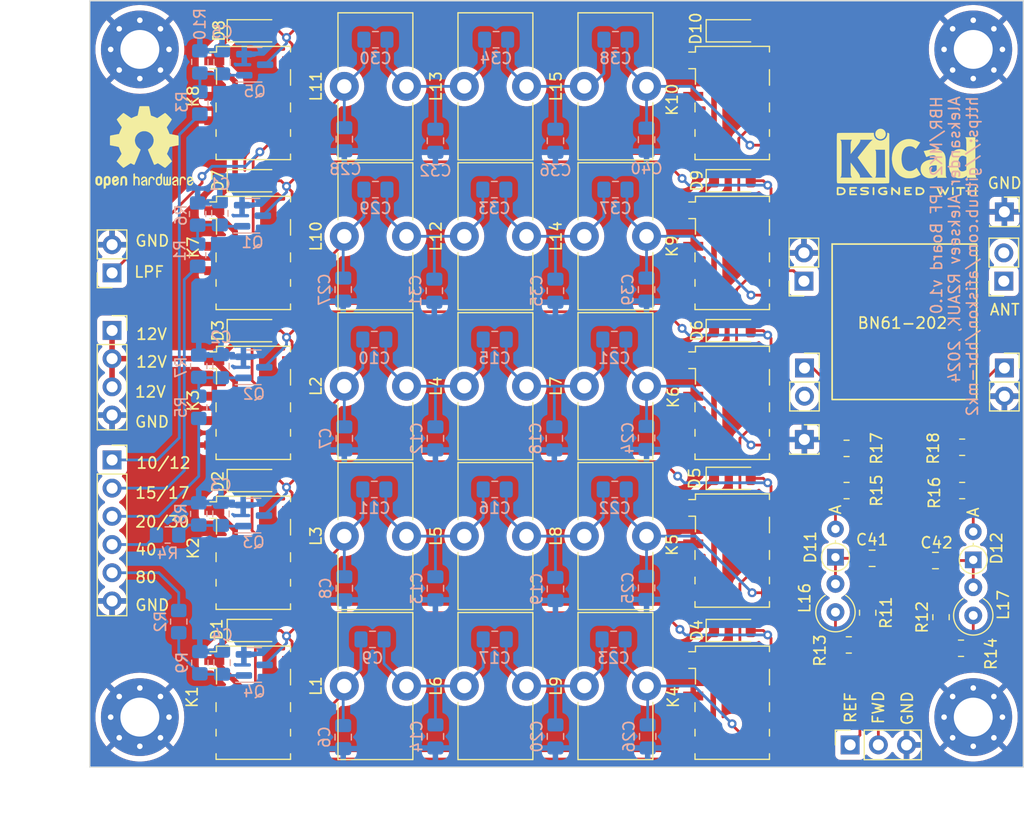
<source format=kicad_pcb>
(kicad_pcb (version 20221018) (generator pcbnew)
  (title_block (title "HBR/MK2 LPF Board") (date "2024-02-03") (rev "1.0"))
  (layers (0 "F.Cu" signal) (31 "B.Cu" signal) (34 "B.Paste" user) (35 "F.Paste" user) (36 "B.SilkS" user "B.Silkscreen") (37 "F.SilkS" user "F.Silkscreen") (38 "B.Mask" user) (39 "F.Mask" user) (44 "Edge.Cuts" user))
  (net 0 "")
  (net 1 "Net-(Q1-G)")
  (net 2 "GND")
  (net 3 "Net-(Q2-G)")
  (net 4 "Net-(Q3-G)")
  (net 5 "Net-(Q4-G)")
  (net 6 "Net-(Q5-G)")
  (net 7 "Net-(C6-Pad1)")
  (net 8 "Net-(C10-Pad1)")
  (net 9 "Net-(C11-Pad1)")
  (net 10 "Net-(C14-Pad1)")
  (net 11 "Net-(C10-Pad2)")
  (net 12 "Net-(C11-Pad2)")
  (net 13 "Net-(C15-Pad2)")
  (net 14 "Net-(C16-Pad2)")
  (net 15 "Net-(C17-Pad2)")
  (net 16 "Net-(C21-Pad2)")
  (net 17 "Net-(C22-Pad2)")
  (net 18 "Net-(C23-Pad2)")
  (net 19 "Net-(C27-Pad1)")
  (net 20 "Net-(C28-Pad1)")
  (net 21 "Net-(C29-Pad2)")
  (net 22 "Net-(C30-Pad2)")
  (net 23 "Net-(C33-Pad2)")
  (net 24 "Net-(C34-Pad2)")
  (net 25 "Net-(C37-Pad2)")
  (net 26 "Net-(C38-Pad2)")
  (net 27 "Net-(D11-K)")
  (net 28 "Net-(D12-K)")
  (net 29 "+12V")
  (net 30 "LPF_80_GND")
  (net 31 "LPF_40_GND")
  (net 32 "LPF_20_30_GND")
  (net 33 "LPF_15_17_GND")
  (net 34 "LPF_10_12_GND")
  (net 35 "Net-(D11-A)")
  (net 36 "Net-(D12-A)")
  (net 37 "PWR_REF")
  (net 38 "PWR_FWD")
  (net 39 "LPFS_OUT")
  (net 40 "ANT")
  (net 41 "LPFS_IN")
  (net 54 "Net-(L16-Pad1)")
  (net 55 "Net-(L17-Pad1)")
  (net 56 "LPF_SEL_15_17")
  (net 57 "LPF_SEL_80")
  (net 58 "LPF_SEL_10_12")
  (net 59 "LPF_SEL_20_30")
  (net 60 "LPF_SEL_40")
  (footprint "Resistor_SMD:R_0805_2012Metric_Pad1.20x1.40mm_HandSolder" (layer "F.Cu") (at 178.9 78.8)
    (fp_text reference "R14")
    (fp_text value "220" hide)
  )
  (footprint "Resistor_SMD:R_0805_2012Metric_Pad1.20x1.40mm_HandSolder" (layer "F.Cu") (at 168.6 60.8)
    (fp_text reference "R17")
    (fp_text value "100" hide)
  )
  (footprint "MountingHole:MountingHole_3.5mm_Pad_Via" (layer "F.Cu") (at 105 85)
    (fp_text reference "H4" hide)
    (fp_text value "MountingHole_Pad" hide)
  )
  (footprint "Inductor_THT:L_Toroid_Vertical_L13.0mm_W6.5mm_P5.60mm" (layer "F.Cu") (at 134.2 55.2 90)
    (fp_text reference "L4")
    (fp_text value "T50-6" hide)
  )
  (footprint "Symbol:KiCad-Logo2_5mm_SilkScreen" (layer "F.Cu") (at 174 35)
    (fp_text reference "SYM2" hide)
    (fp_text value "SYM_Radio_Waves_Large" hide)
  )
  (footprint "Connector_PinSocket_2.54mm:PinSocket_1x02_P2.54mm_Vertical" (layer "F.Cu") (at 164.7625 45.74 180)
    (fp_text reference "J6" hide)
    (fp_text value "Conn_Coaxial" hide)
  )
  (footprint "Inductor_THT:L_Toroid_Vertical_L13.0mm_W6.5mm_P5.60mm" (layer "F.Cu") (at 145 82.2 90)
    (fp_text reference "L9")
    (fp_text value "T50-6" hide)
  )
  (footprint "Resistor_SMD:R_0805_2012Metric_Pad1.20x1.40mm_HandSolder" (layer "F.Cu") (at 168.8 78.5 180)
    (fp_text reference "R13")
    (fp_text value "220" hide)
  )
  (footprint "Inductor_THT:L_Toroid_Vertical_L13.0mm_W6.5mm_P5.60mm" (layer "F.Cu") (at 145 55.2 90)
    (fp_text reference "L7")
    (fp_text value "T50-6" hide)
  )
  (footprint "Relay_SMD:Relay_DPDT_Omron_G6K-2F-Y" (layer "F.Cu") (at 158.3 70)
    (fp_text reference "K5")
    (fp_text value "G6K-2F-Y" hide)
  )
  (footprint "Inductor_THT:L_Toroid_Vertical_L13.0mm_W6.5mm_P5.60mm" (layer "F.Cu") (at 134.2 41.7 90)
    (fp_text reference "L12")
    (fp_text value "T50-6" hide)
  )
  (footprint "Connector_PinSocket_2.54mm:PinSocket_1x01_P2.54mm_Vertical" (layer "F.Cu") (at 164.8 60)
    (fp_text reference "J10" hide)
    (fp_text value "Conn_01x01" hide)
  )
  (footprint "Connector_PinSocket_2.54mm:PinSocket_1x02_P2.54mm_Vertical" (layer "F.Cu") (at 182.75 45.74 180)
    (fp_text reference "J8" hide)
    (fp_text value "Conn_Coaxial" hide)
  )
  (footprint "Connector_PinSocket_2.54mm:PinSocket_1x02_P2.54mm_Vertical" (layer "F.Cu") (at 182.8 53.56)
    (fp_text reference "J9" hide)
    (fp_text value "Conn_Coaxial" hide)
  )
  (footprint "MountingHole:MountingHole_3.5mm_Pad_Via" (layer "F.Cu") (at 180 24.875)
    (fp_text reference "H1" hide)
    (fp_text value "MountingHole_Pad" hide)
  )
  (footprint "Inductor_THT:L_Toroid_Vertical_L13.0mm_W6.5mm_P5.60mm" (layer "F.Cu") (at 123.4 82.2 90)
    (fp_text reference "L1")
    (fp_text value "T50-6" hide)
  )
  (footprint "Diode_SMD:D_SOD-123" (layer "F.Cu") (at 158.3225 63.5)
    (fp_text reference "D5")
    (fp_text value "1N4148W" hide)
  )
  (footprint "Capacitor_SMD:C_0805_2012Metric_Pad1.18x1.45mm_HandSolder" (layer "F.Cu") (at 176.6 70.9 180)
    (fp_text reference "C42")
    (fp_text value "0.01u" hide)
  )
  (footprint "Connector_PinSocket_2.54mm:PinSocket_1x02_P2.54mm_Vertical" (layer "F.Cu") (at 102.5 45 180)
    (fp_text reference "J2" hide)
    (fp_text value "Conn_01x02" hide)
  )
  (footprint "Diode_SMD:D_SOD-123" (layer "F.Cu") (at 115.2225 23.2)
    (fp_text reference "D8")
    (fp_text value "1N4148W" hide)
  )
  (footprint "Relay_SMD:Relay_DPDT_Omron_G6K-2F-Y" (layer "F.Cu") (at 115.2 56.7)
    (fp_text reference "K3")
    (fp_text value "G6K-2F-Y" hide)
  )
  (footprint "Inductor_THT:L_Toroid_Vertical_L13.0mm_W6.5mm_P5.60mm" (layer "F.Cu") (at 145 68.7 90)
    (fp_text reference "L8")
    (fp_text value "T50-6" hide)
  )
  (footprint "Diode_SMD:D_SOD-123" (layer "F.Cu") (at 158.3225 36.7)
    (fp_text reference "D9")
    (fp_text value "1N4148W" hide)
  )
  (footprint "Relay_SMD:Relay_DPDT_Omron_G6K-2F-Y" (layer "F.Cu") (at 158.3 56.7)
    (fp_text reference "K6")
    (fp_text value "G6K-2F-Y" hide)
  )
  (footprint "Diode_SMD:D_SOD-123" (layer "F.Cu") (at 115.2225 50.2)
    (fp_text reference "D3")
    (fp_text value "1N4148W" hide)
  )
  (footprint "Diode_SMD:D_SOD-123" (layer "F.Cu") (at 158.3225 23.2)
    (fp_text reference "D10")
    (fp_text value "1N4148W" hide)
  )
  (footprint "MountingHole:MountingHole_3.5mm_Pad_Via" (layer "F.Cu") (at 105 24.875)
    (fp_text reference "H2" hide)
    (fp_text value "MountingHole_Pad" hide)
  )
  (footprint "Resistor_SMD:R_0805_2012Metric_Pad1.20x1.40mm_HandSolder" (layer "F.Cu") (at 179 60.7 180)
    (fp_text reference "R18")
    (fp_text value "100" hide)
  )
  (footprint "Inductor_THT:L_Toroid_Vertical_L13.0mm_W6.5mm_P5.60mm" (layer "F.Cu") (at 123.4 28.2 90)
    (fp_text reference "L11")
    (fp_text value "T50-6" hide)
  )
  (footprint "Inductor_THT:L_Toroid_Vertical_L13.0mm_W6.5mm_P5.60mm" (layer "F.Cu") (at 134.2 82.2 90)
    (fp_text reference "L6")
    (fp_text value "T50-6" hide)
  )
  (footprint "Inductor_THT:L_Axial_L7.0mm_D3.3mm_P2.54mm_Vertical_Fastron_MICC" (layer "F.Cu") (at 180 75.845 90)
    (fp_text reference "L17")
    (fp_text value "1 mH" hide)
  )
  (footprint "Inductor_THT:L_Axial_L7.0mm_D3.3mm_P2.54mm_Vertical_Fastron_MICC" (layer "F.Cu") (at 167.6 75.545 90)
    (fp_text reference "L16")
    (fp_text value "1 mH" hide)
  )
  (footprint "Diode_SMD:D_SOD-123" (layer "F.Cu") (at 115.2225 63.7)
    (fp_text reference "D2")
    (fp_text value "1N4148W" hide)
  )
  (footprint "Diode_THT:D_DO-34_SOD68_P2.54mm_Vertical_AnodeUp" (layer "F.Cu") (at 167.6 70.6 90)
    (fp_text reference "D11")
    (fp_text value "1N34 / D311 (*)" hide)
  )
  (footprint "Inductor_THT:L_Toroid_Vertical_L13.0mm_W6.5mm_P5.60mm" (layer "F.Cu") (at 123.4 41.7 90)
    (fp_text reference "L10")
    (fp_text value "T50-6" hide)
  )
  (footprint "Diode_THT:D_DO-34_SOD68_P2.54mm_Vertical_AnodeUp" (layer "F.Cu") (at 180 70.84 90)
    (fp_text reference "D12")
    (fp_text value "1N34 / D311 (*)" hide)
  )
  (footprint "Diode_SMD:D_SOD-123" (layer "F.Cu") (at 115.2225 77.2)
    (fp_text reference "D1")
    (fp_text value "1N4148W" hide)
  )
  (footprint "Connector_PinSocket_2.54mm:PinSocket_1x06_P2.54mm_Vertical" (layer "F.Cu") (at 102.5 61.84)
    (fp_text reference "J3" hide)
    (fp_text value "Conn_01x06" hide)
  )
  (footprint "Relay_SMD:Relay_DPDT_Omron_G6K-2F-Y" (layer "F.Cu") (at 158.3 43.2)
    (fp_text reference "K9")
    (fp_text value "G6K-2F-Y" hide)
  )
  (footprint "Capacitor_SMD:C_0805_2012Metric_Pad1.18x1.45mm_HandSolder" (layer "F.Cu") (at 170.9 70.7)
    (fp_text reference "C41")
    (fp_text value "0.01u" hide)
  )
  (footprint "Resistor_SMD:R_0805_2012Metric_Pad1.20x1.40mm_HandSolder" (layer "F.Cu") (at 168.6 64.6)
    (fp_text reference "R15")
    (fp_text value "100" hide)
  )
  (footprint "Inductor_THT:L_Toroid_Vertical_L13.0mm_W6.5mm_P5.60mm" (layer "F.Cu") (at 145 41.7 90)
    (fp_text reference "L14")
    (fp_text value "T50-6" hide)
  )
  (footprint "Connector_PinSocket_2.54mm:PinSocket_1x04_P2.54mm_Vertical" (layer "F.Cu") (at 102.5 50.18)
    (fp_text reference "J4" hide)
    (fp_text value "Conn_01x04" hide)
  )
  (footprint "Relay_SMD:Relay_DPDT_Omron_G6K-2F-Y" (layer "F.Cu") (at 115.2 70.2)
    (fp_text reference "K2")
    (fp_text value "G6K-2F-Y" hide)
  )
  (footprint "Resistor_SMD:R_0805_2012Metric_Pad1.20x1.40mm_HandSolder" (layer "F.Cu") (at 170.5 75.6 -90)
    (fp_text reference "R11")
    (fp_text value "1K" hide)
  )
  (footprint "Inductor_THT:L_Toroid_Vertical_L13.0mm_W6.5mm_P5.60mm" (layer "F.Cu") (at 134.2 68.7 90)
    (fp_text reference "L5")
    (fp_text value "T50-6" hide)
  )
  (footprint "Relay_SMD:Relay_DPDT_Omron_G6K-2F-Y" (layer "F.Cu") (at 158.3 83.7)
    (fp_text reference "K4")
    (fp_text value "G6K-2F-Y" hide)
  )
  (footprint "Inductor_THT:L_Toroid_Vertical_L13.0mm_W6.5mm_P5.60mm" (layer "F.Cu") (at 123.4 68.7 90)
    (fp_text reference "L3")
    (fp_text value "T50-6" hide)
  )
  (footprint "Relay_SMD:Relay_DPDT_Omron_G6K-2F-Y" (layer "F.Cu") (at 115.2 83.7)
    (fp_text reference "K1")
    (fp_text value "G6K-2F-Y" hide)
  )
  (footprint "Resistor_SMD:R_0805_2012Metric_Pad1.20x1.40mm_HandSolder" (layer "F.Cu") (at 179 64.6 180)
    (fp_text reference "R16")
    (fp_text value "100" hide)
  )
  (footprint "Relay_SMD:Relay_DPDT_Omron_G6K-2F-Y" (layer "F.Cu") (at 115.2 29.7)
    (fp_text reference "K8")
    (fp_text value "G6K-2F-Y" hide)
  )
  (footprint "Relay_SMD:Relay_DPDT_Omron_G6K-2F-Y" (layer "F.Cu") (at 115.2 43.2)
    (fp_text reference "K7")
    (fp_text value "G6K-2F-Y" hide)
  )
  (footprint "Relay_SMD:Relay_DPDT_Omron_G6K-2F-Y" (layer "F.Cu") (at 158.3 29.7)
    (fp_text reference "K10")
    (fp_text value "G6K-2F-Y" hide)
  )
  (footprint "Connector_PinSocket_2.54mm:PinSocket_1x02_P2.54mm_Vertical" (layer "F.Cu") (at 164.8125 53.56)
    (fp_text reference "J7" hide)
    (fp_text value "Conn_Coaxial" hide)
  )
  (footprint "Diode_SMD:D_SOD-123" (layer "F.Cu") (at 158.3225 50.2)
    (fp_text reference "D6")
    (fp_text value "1N4148W" hide)
  )
  (footprint "Inductor_THT:L_Toroid_Vertical_L13.0mm_W6.5mm_P5.60mm" (layer "F.Cu") (at 145 28.2 90)
    (fp_text reference "L15")
    (fp_text value "T50-6" hide)
  )
  (footprint "Inductor_THT:L_Toroid_Vertical_L13.0mm_W6.5mm_P5.60mm" (layer "F.Cu") (at 134.2 28.2 90)
    (fp_text reference "L13")
    (fp_text value "T50-6" hide)
  )
  (footprint "Resistor_SMD:R_0805_2012Metric_Pad1.20x1.40mm_HandSolder" (layer "F.Cu") (at 177.1 76 -90)
    (fp_text reference "R12")
    (fp_text value "1K" hide)
  )
  (footprint "Symbol:OSHW-Logo2_9.8x8mm_SilkScreen" (layer "F.Cu") (at 105.4 33.7)
    (fp_text reference "SYM1" hide)
    (fp_text value "Logo_Open_Hardware_Small" hide)
  )
  (footprint "MountingHole:MountingHole_3.5mm_Pad_Via" (layer "F.Cu") (at 180 85)
    (fp_text reference "H3" hide)
    (fp_text value "MountingHole_Pad" hide)
  )
  (footprint "Connector_PinSocket_2.54mm:PinSocket_1x01_P2.54mm_Vertical" (layer "F.Cu") (at 182.8 39.5)
    (fp_text reference "J11" hide)
    (fp_text value "Conn_01x01" hide)
  )
  (footprint "Diode_SMD:D_SOD-123" (layer "F.Cu") (at 158.3225 77.2)
    (fp_text reference "D4")
    (fp_text value "1N4148W" hide)
  )
  (footprint "Inductor_THT:L_Toroid_Vertical_L13.0mm_W6.5mm_P5.60mm" (layer "F.Cu") (at 123.4 55.2 90)
    (fp_text reference "L2")
    (fp_text value "T50-6" hide)
  )
  (footprint "Connector_PinSocket_2.54mm:PinSocket_1x03_P2.54mm_Vertical" (layer "F.Cu") (at 168.92 87.5 90)
    (fp_text reference "J1" hide)
    (fp_text value "Conn_01x03" hide)
  )
  (footprint "Diode_SMD:D_SOD-123" (layer "F.Cu") (at 115.2225 36.7)
    (fp_text reference "D7")
    (fp_text value "1N4148W" hide)
  )
  (footprint "Capacitor_SMD:C_0805_2012Metric_Pad1.18x1.45mm_HandSolder" (layer "B.Cu") (at 136.9375 64.5)
    (fp_text reference "C16")
    (fp_text value "220p" hide)
  )
  (footprint "Capacitor_SMD:C_0805_2012Metric_Pad1.18x1.45mm_HandSolder" (layer "B.Cu") (at 131.6 73.4 -90)
    (fp_text reference "C13")
    (fp_text value "470p" hide)
  )
  (footprint "Capacitor_SMD:C_0805_2012Metric_Pad1.18x1.45mm_HandSolder" (layer "B.Cu") (at 131.5 46.6 -90)
    (fp_text reference "C31")
    (fp_text value "220p" hide)
  )
  (footprint "Capacitor_SMD:C_0805_2012Metric_Pad1.18x1.45mm_HandSolder" (layer "B.Cu") (at 147.7375 64.5)
    (fp_text reference "C22")
    (fp_text value "220p" hide)
  )
  (footprint "Capacitor_SMD:C_0805_2012Metric_Pad1.18x1.45mm_HandSolder" (layer "B.Cu") (at 123.3 86.8 -90)
    (fp_text reference "C6")
    (fp_text value "680p" hide)
  )
  (footprint "Capacitor_SMD:C_0805_2012Metric_Pad1.18x1.45mm_HandSolder" (layer "B.Cu") (at 112.4 80.1 90)
    (fp_text reference "C4")
    (fp_text value "0.1u" hide)
  )
  (footprint "Capacitor_SMD:C_0805_2012Metric_Pad1.18x1.45mm_HandSolder" (layer "B.Cu") (at 147.8 37.5)
    (fp_text reference "C37")
    (fp_text value "68p" hide)
  )
  (footprint "Package_TO_SOT_SMD:SOT-23" (layer "B.Cu") (at 115.2375 66.85)
    (fp_text reference "Q3")
    (fp_text value "2N7002" hide)
  )
  (footprint "Package_TO_SOT_SMD:SOT-23" (layer "B.Cu") (at 115.3375 26.25)
    (fp_text reference "Q5")
    (fp_text value "2N7002" hide)
  )
  (footprint "Capacitor_SMD:C_0805_2012Metric_Pad1.18x1.45mm_HandSolder" (layer "B.Cu") (at 142.3 59.9 -90)
    (fp_text reference "C18")
    (fp_text value "220p" hide)
  )
  (footprint "Capacitor_SMD:C_0805_2012Metric_Pad1.18x1.45mm_HandSolder" (layer "B.Cu") (at 126.2 37.5)
    (fp_text reference "C29")
    (fp_text value "22p" hide)
  )
  (footprint "Resistor_SMD:R_0805_2012Metric_Pad1.20x1.40mm_HandSolder" (layer "B.Cu") (at 110.3 66.7 90)
    (fp_text reference "R8")
    (fp_text value "10K" hide)
  )
  (footprint "Capacitor_SMD:C_0805_2012Metric_Pad1.18x1.45mm_HandSolder" (layer "B.Cu") (at 126.1 51)
    (fp_text reference "C10")
    (fp_text value "33p" hide)
  )
  (footprint "Capacitor_SMD:C_0805_2012Metric_Pad1.18x1.45mm_HandSolder" (layer "B.Cu") (at 142.4 86.7375 -90)
    (fp_text reference "C20")
    (fp_text value "680p" hide)
  )
  (footprint "Package_TO_SOT_SMD:SOT-23" (layer "B.Cu") (at 115.1375 39.85)
    (fp_text reference "Q1")
    (fp_text value "2N7002" hide)
  )
  (footprint "Capacitor_SMD:C_0805_2012Metric_Pad1.18x1.45mm_HandSolder" (layer "B.Cu") (at 112.3 66.7 90)
    (fp_text reference "C3")
    (fp_text value "0.1u" hide)
  )
  (footprint "Capacitor_SMD:C_0805_2012Metric_Pad1.18x1.45mm_HandSolder" (layer "B.Cu") (at 150.6 33 -90)
    (fp_text reference "C40")
    (fp_text value "68p" hide)
  )
  (footprint "Resistor_SMD:R_0805_2012Metric_Pad1.20x1.40mm_HandSolder" (layer "B.Cu") (at 110.2 39.7 90)
    (fp_text reference "R6")
    (fp_text value "10K" hide)
  )
  (footprint "Capacitor_SMD:C_0805_2012Metric_Pad1.18x1.45mm_HandSolder" (layer "B.Cu") (at 150.6 59.8625 -90)
    (fp_text reference "C24")
    (fp_text value "150p" hide)
  )
  (footprint "Resistor_SMD:R_0805_2012Metric_Pad1.20x1.40mm_HandSolder" (layer "B.Cu") (at 110.4 80.1 90)
    (fp_text reference "R9")
    (fp_text value "10K" hide)
  )
  (footprint "Capacitor_SMD:C_0805_2012Metric_Pad1.18x1.45mm_HandSolder" (layer "B.Cu") (at 147.6375 78)
    (fp_text reference "C23")
    (fp_text value "330p" hide)
  )
  (footprint "Capacitor_SMD:C_0805_2012Metric_Pad1.18x1.45mm_HandSolder" (layer "B.Cu") (at 126.2 24)
    (fp_text reference "C30")
    (fp_text value "18p" hide)
  )
  (footprint "Resistor_SMD:R_0805_2012Metric_Pad1.20x1.40mm_HandSolder" (layer "B.Cu") (at 110.2 43.4 90)
    (fp_text reference "R1")
    (fp_text value "22" hide)
  )
  (footprint "Capacitor_SMD:C_0805_2012Metric_Pad1.18x1.45mm_HandSolder" (layer "B.Cu") (at 147.7 51)
    (fp_text reference "C21")
    (fp_text value "100p" hide)
  )
  (footprint "Capacitor_SMD:C_0805_2012Metric_Pad1.18x1.45mm_HandSolder" (layer "B.Cu") (at 112.3 53.4 90)
    (fp_text reference "C2")
    (fp_text value "0.1u" hide)
  )
  (footprint "Capacitor_SMD:C_0805_2012Metric_Pad1.18x1.45mm_HandSolder" (layer "B.Cu") (at 137.0625 24)
    (fp_text reference "C34")
    (fp_text value "68p" hide)
  )
  (footprint "Capacitor_SMD:C_0805_2012Metric_Pad1.18x1.45mm_HandSolder" (layer "B.Cu") (at 136.9 37.5)
    (fp_text reference "C33")
    (fp_text value "100p" hide)
  )
  (footprint "Capacitor_SMD:C_0805_2012Metric_Pad1.18x1.45mm_HandSolder" (layer "B.Cu") (at 150.6 73.3625 -90)
    (fp_text reference "C25")
    (fp_text value "220p" hide)
  )
  (footprint "Capacitor_SMD:C_0805_2012Metric_Pad1.18x1.45mm_HandSolder" (layer "B.Cu") (at 150.6 46.5 -90)
    (fp_text reference "C39")
    (fp_text value "100p" hide)
  )
  (footprint "Capacitor_SMD:C_0805_2012Metric_Pad1.18x1.45mm_HandSolder" (layer "B.Cu") (at 123.3 46.5 -90)
    (fp_text reference "C27")
    (fp_text value "150p" hide)
  )
  (footprint "Capacitor_SMD:C_0805_2012Metric_Pad1.18x1.45mm_HandSolder" (layer "B.Cu") (at 112.2 39.6375 90)
    (fp_text reference "C1")
    (fp_text value "0.1u" hide)
  )
  (footprint "Capacitor_SMD:C_0805_2012Metric_Pad1.18x1.45mm_HandSolder" (layer "B.Cu") (at 123.4 32.9625 -90)
    (fp_text reference "C28")
    (fp_text value "100p" hide)
  )
  (footprint "Resistor_SMD:R_0805_2012Metric_Pad1.20x1.40mm_HandSolder" (layer "B.Cu") (at 110.4 29.7 90)
    (fp_text reference "R3")
    (fp_text value "22" hide)
  )
  (footprint "Capacitor_SMD:C_0805_2012Metric_Pad1.18x1.45mm_HandSolder" (layer "B.Cu") (at 123.4 59.9 -90)
    (fp_text reference "C7")
    (fp_text value "220p" hide)
  )
  (footprint "Capacitor_SMD:C_0805_2012Metric_Pad1.18x1.45mm_HandSolder" (layer "B.Cu") (at 131.6 86.7375 -90)
    (fp_text reference "C14")
    (fp_text value "820p" hide)
  )
  (footprint "Capacitor_SMD:C_0805_2012Metric_Pad1.18x1.45mm_HandSolder" (layer "B.Cu") (at 126.1 64.5)
    (fp_text reference "C11")
    (fp_text value "47p" hide)
  )
  (footprint "Capacitor_SMD:C_0805_2012Metric_Pad1.18x1.45mm_HandSolder" (layer "B.Cu") (at 136.9375 78)
    (fp_text reference "C17")
    (fp_text value "470p" hide)
  )
  (footprint "Capacitor_SMD:C_0805_2012Metric_Pad1.18x1.45mm_HandSolder" (layer "B.Cu") (at 147.8 24)
    (fp_text reference "C38")
    (fp_text value "47p" hide)
  )
  (footprint "Capacitor_SMD:C_0805_2012Metric_Pad1.18x1.45mm_HandSolder" (layer "B.Cu") (at 136.9375 51)
    (fp_text reference "C15")
    (fp_text value "150p" hide)
  )
  (footprint "Package_TO_SOT_SMD:SOT-23" (layer "B.Cu") (at 115.2625 53.5)
    (fp_text reference "Q2")
    (fp_text value "2N7002" hide)
  )
  (footprint "Resistor_SMD:R_0805_2012Metric_Pad1.20x1.40mm_HandSolder" (layer "B.Cu") (at 107.5 68.6)
    (fp_text reference "R4")
    (fp_text value "22" hide)
  )
  (footprint "Capacitor_SMD:C_0805_2012Metric_Pad1.18x1.45mm_HandSolder" (layer "B.Cu") (at 142.4 73.4625 -90)
    (fp_text reference "C19")
    (fp_text value "470p" hide)
  )
  (footprint "Capacitor_SMD:C_0805_2012Metric_Pad1.18x1.45mm_HandSolder" (layer "B.Cu") (at 142.4 46.6 -90)
    (fp_text reference "C35")
    (fp_text value "150p" hide)
  )
  (footprint "Capacitor_SMD:C_0805_2012Metric_Pad1.18x1.45mm_HandSolder" (layer "B.Cu") (at 131.6 59.9 -90)
    (fp_text reference "C12")
    (fp_text value "330p" hide)
  )
  (footprint "Capacitor_SMD:C_0805_2012Metric_Pad1.18x1.45mm_HandSolder" (layer "B.Cu") (at 131.6 33.1 -90)
    (fp_text reference "C32")
    (fp_text value "150p" hide)
  )
  (footprint "Capacitor_SMD:C_0805_2012Metric_Pad1.18x1.45mm_HandSolder" (layer "B.Cu") (at 142.4 33.1 -90)
    (fp_text reference "C36")
    (fp_text value "100p" hide)
  )
  (footprint "Capacitor_SMD:C_0805_2012Metric_Pad1.18x1.45mm_HandSolder" (layer "B.Cu") (at 112.4 26.0375 90)
    (fp_text reference "C5")
    (fp_text value "0.1u" hide)
  )
  (footprint "Capacitor_SMD:C_0805_2012Metric_Pad1.18x1.45mm_HandSolder" (layer "B.Cu") (at 150.7 86.7375 -90)
    (fp_text reference "C26")
    (fp_text value "470p" hide)
  )
  (footprint "Resistor_SMD:R_0805_2012Metric_Pad1.20x1.40mm_HandSolder" (layer "B.Cu") (at 108.5 76.4 -90)
    (fp_text reference "R2")
    (fp_text value "22" hide)
  )
  (footprint "Capacitor_SMD:C_0805_2012Metric_Pad1.18x1.45mm_HandSolder" (layer "B.Cu") (at 123.4 73.4 -90)
    (fp_text reference "C8")
    (fp_text value "330p" hide)
  )
  (footprint "Resistor_SMD:R_0805_2012Metric_Pad1.20x1.40mm_HandSolder" (layer "B.Cu") (at 110.4 26 90)
    (fp_text reference "R10")
    (fp_text value "10K" hide)
  )
  (footprint "Resistor_SMD:R_0805_2012Metric_Pad1.20x1.40mm_HandSolder" (layer "B.Cu") (at 110.3 53.4 90)
    (fp_text reference "R7")
    (fp_text value "10K" hide)
  )
  (footprint "Package_TO_SOT_SMD:SOT-23" (layer "B.Cu") (at 115.3 80.3)
    (fp_text reference "Q4")
    (fp_text value "2N7002" hide)
  )
  (footprint "Capacitor_SMD:C_0805_2012Metric_Pad1.18x1.45mm_HandSolder" (layer "B.Cu") (at 125.9375 78)
    (fp_text reference "C9")
    (fp_text value "100p" hide)
  )
  (footprint "Resistor_SMD:R_0805_2012Metric_Pad1.20x1.40mm_HandSolder" (layer "B.Cu") (at 110.3 57.1 90)
    (fp_text reference "R5")
    (fp_text value "22" hide)
  )
  (gr_rect (start 167.3 42.4) (end 180.3 56.4) (stroke (width 0.15)) (fill none) (layer "F.SilkS"))
  (gr_line (start 184.5 20.5) (end 184.5 89.5) (stroke (width 0.1)) (layer "Edge.Cuts"))
  (gr_line (start 184.5 89.5) (end 100.5 89.5) (stroke (width 0.1)) (layer "Edge.Cuts"))
  (gr_line (start 100.5 20.5) (end 184.5 20.5) (stroke (width 0.1)) (layer "Edge.Cuts"))
  (gr_line (start 100.5 89.5) (end 100.5 20.5) (stroke (width 0.1)) (layer "Edge.Cuts"))
  (gr_text "HBR/MK2 LPF Board v1.0\nAleksander Alekseev R2AUK, 2024\nhttps://github.com/afiskon/hbr-mk2" (at 180.5 29 90) (layer "B.SilkS") (effects (font (size 1 1)) (justify left bottom mirror)))
  (gr_text "GND" (at 104.5 42.7) (layer "F.SilkS") (effects (font (size 1 1)) (justify left bottom)))
  (gr_text "12V" (at 104.475 56.3) (layer "F.SilkS") (effects (font (size 1 1)) (justify left bottom)))
  (gr_text "20/30" (at 104.5 68) (layer "F.SilkS") (effects (font (size 1 1)) (justify left bottom)))
  (gr_text "10/12" (at 104.6 62.7) (layer "F.SilkS") (effects (font (size 1 1)) (justify left bottom)))
  (gr_text "GND" (at 174.645 85.825 90) (layer "F.SilkS") (effects (font (size 1 1)) (justify left bottom)))
  (gr_text "15/17" (at 104.5 65.4) (layer "F.SilkS") (effects (font (size 1 1)) (justify left bottom)))
  (gr_text "40" (at 104.5 70.5) (layer "F.SilkS") (effects (font (size 1 1)) (justify left bottom)))
  (gr_text "REF" (at 169.545 85.625 90) (layer "F.SilkS") (effects (font (size 1 1)) (justify left bottom)))
  (gr_text "GND" (at 181.2 37.5) (layer "F.SilkS") (effects (font (size 1 1)) (justify left bottom)))
  (gr_text "GND" (at 104.5 75.5) (layer "F.SilkS") (effects (font (size 1 1)) (justify left bottom)))
  (gr_text "GND" (at 104.475 59) (layer "F.SilkS") (effects (font (size 1 1)) (justify left bottom)))
  (gr_text "12V" (at 104.575 51.1) (layer "F.SilkS") (effects (font (size 1 1)) (justify left bottom)))
  (gr_text "BN61-202" (at 169.5 50.1) (layer "F.SilkS") (effects (font (size 1 1)) (justify left bottom)))
  (gr_text "ANT" (at 181.4 48.9) (layer "F.SilkS") (effects (font (size 1 1)) (justify left bottom)))
  (gr_text "FWD" (at 172.045 85.725 90) (layer "F.SilkS") (effects (font (size 1 1)) (justify left bottom)))
  (gr_text "12V" (at 104.575 53.6) (layer "F.SilkS") (effects (font (size 1 1)) (justify left bottom)))
  (gr_text "LPF" (at 104.4 45.5) (layer "F.SilkS") (effects (font (size 1 1)) (justify left bottom)))
  (gr_text "80" (at 104.5 73) (layer "F.SilkS") (effects (font (size 1 1)) (justify left bottom)))
  (segment (start 112.325 40.8) (end 112.2 40.675) (width 0.25) (layer "B.Cu") (net 1))
  (segment (start 110.225 40.675) (end 110.2 40.7) (width 0.25) (layer "B.Cu") (net 1))
  (segment (start 112.2 40.675) (end 110.225 40.675) (width 0.25) (layer "B.Cu") (net 1))
  (segment (start 114.2 40.8) (end 112.325 40.8) (width 0.25) (layer "B.Cu") (net 1))
  (segment (start 110.2 40.7) (end 110.2 42.4) (width 0.25) (layer "B.Cu") (net 1))
  (segment (start 112.3 54.4375) (end 110.3375 54.4375) (width 0.25) (layer "B.Cu") (net 3))
  (segment (start 112.3125 54.45) (end 112.3 54.4375) (width 0.25) (layer "B.Cu") (net 3))
  (segment (start 110.3375 54.4375) (end 110.3 54.4) (width 0.25) (layer "B.Cu") (net 3))
  (segment (start 110.3 54.4) (end 110.3 56.1) (width 0.25) (layer "B.Cu") (net 3))
  (segment (start 114.325 54.45) (end 112.3125 54.45) (width 0.25) (layer "B.Cu") (net 3))
  (segment (start 109.4 67.7) (end 108.5 68.6) (width 0.25) (layer "B.Cu") (net 4))
  (segment (start 112.3625 67.8) (end 112.3 67.7375) (width 0.25) (layer "B.Cu") (net 4))
  (segment (start 114.3 67.8) (end 112.3625 67.8) (width 0.25) (layer "B.Cu") (net 4))
  (segment (start 110.3375 67.7375) (end 110.3 67.7) (width 0.25) (layer "B.Cu") (net 4))
  (segment (start 112.3 67.7375) (end 110.3375 67.7375) (width 0.25) (layer "B.Cu") (net 4))
  (segment (start 110.3 67.7) (end 109.4 67.7) (width 0.25) (layer "B.Cu") (net 4))
  (segment (start 110.4375 81.1375) (end 110.4 81.1) (width 0.25) (layer "B.Cu") (net 5))
  (segment (start 114.3625 81.25) (end 112.5125 81.25) (width 0.25) (layer "B.Cu") (net 5))
  (segment (start 110.4 81.1) (end 108.5 79.2) (width 0.25) (layer "B.Cu") (net 5))
  (segment (start 112.5125 81.25) (end 112.4 81.1375) (width 0.25) (layer "B.Cu") (net 5))
  (segment (start 108.5 79.2) (end 108.5 77.4) (width 0.25) (layer "B.Cu") (net 5))
  (segment (start 112.4 81.1375) (end 110.4375 81.1375) (width 0.25) (layer "B.Cu") (net 5))
  (segment (start 112.525 27.2) (end 112.4 27.075) (width 0.25) (layer "B.Cu") (net 6))
  (segment (start 110.4 28.7) (end 110.4 27) (width 0.25) (layer "B.Cu") (net 6))
  (segment (start 110.475 27.075) (end 110.4 27) (width 0.25) (layer "B.Cu") (net 6))
  (segment (start 112.4 27.075) (end 110.475 27.075) (width 0.25) (layer "B.Cu") (net 6))
  (segment (start 114.4 27.2) (end 112.525 27.2) (width 0.25) (layer "B.Cu") (net 6))
  (segment (start 118.7 87.5) (end 123.4 82.8) (width 0.25) (layer "F.Cu") (net 7))
  (segment (start 123.4 82.8) (end 123.4 82.2) (width 0.25) (layer "F.Cu") (net 7))
  (segment (start 123.3 82.3) (end 123.4 82.2) (width 0.25) (layer "B.Cu") (net 7))
  (segment (start 124.9 80.7) (end 124.9 78) (width 0.25) (layer "B.Cu") (net 7))
  (segment (start 123.3 85.7625) (end 123.3 82.3) (width 0.25) (layer "B.Cu") (net 7))
  (segment (start 123.4 82.2) (end 124.9 80.7) (width 0.25) (layer "B.Cu") (net 7))
  (segment (start 123.4 55.8) (end 123.4 55.2) (width 0.25) (layer "F.Cu") (net 8))
  (segment (start 118.7 60.5) (end 123.4 55.8) (width 0.25) (layer "F.Cu") (net 8))
  (segment (start 125.0625 53.5375) (end 125.0625 51) (width 0.25) (layer "B.Cu") (net 8))
  (segment (start 123.4 58.8625) (end 123.4 55.2) (width 0.25) (layer "B.Cu") (net 8))
  (segment (start 123.4 55.2) (end 125.0625 53.5375) (width 0.25) (layer "B.Cu") (net 8))
  (segment (start 123.4 69.3) (end 123.4 68.7) (width 0.25) (layer "F.Cu") (net 9))
  (segment (start 118.7 74) (end 123.4 69.3) (width 0.25) (layer "F.Cu") (net 9))
  (segment (start 123.4 68.7) (end 125.0625 67.0375) (width 0.25) (layer "B.Cu") (net 9))
  (segment (start 123.4 72.3625) (end 123.4 68.7) (width 0.25) (layer "B.Cu") (net 9))
  (segment (start 125.0625 67.0375) (end 125.0625 64.5) (width 0.25) (layer "B.Cu") (net 9))
  (segment (start 129 82.2) (end 131.5 82.2) (width 0.25) (layer "B.Cu") (net 10))
  (segment (start 134.2 82.2) (end 135.9 80.5) (width 0.25) (layer "B.Cu") (net 10))
  (segment (start 126.975 78) (end 126.975 80.175) (width 0.25) (layer "B.Cu") (net 10))
  (segment (start 135.9 80.5) (end 135.9 78) (width 0.25) (layer "B.Cu") (net 10))
  (segment (start 126.975 80.175) (end 129 82.2) (width 0.25) (layer "B.Cu") (net 10))
  (segment (start 131.6 82.3) (end 131.5 82.2) (width 0.25) (layer "B.Cu") (net 10))
  (segment (start 131.6 85.7) (end 131.6 82.3) (width 0.25) (layer "B.Cu") (net 10))
  (segment (start 131.5 82.2) (end 134.2 82.2) (width 0.25) (layer "B.Cu") (net 10))
  (segment (start 131.6 58.8625) (end 131.6 55.2) (width 0.25) (layer "B.Cu") (net 11))
  (segment (start 131.6 55.2) (end 134.2 55.2) (width 0.25) (layer "B.Cu") (net 11))
  (segment (start 135.9 53.5) (end 135.9 51) (width 0.25) (layer "B.Cu") (net 11))
  (segment (start 129 55.2) (end 131.6 55.2) (width 0.25) (layer "B.Cu") (net 11))
  (segment (start 134.2 55.2) (end 135.9 53.5) (width 0.25) (layer "B.Cu") (net 11))
  (segment (start 127.1375 53.3375) (end 129 55.2) (width 0.25) (layer "B.Cu") (net 11))
  (segment (start 127.1375 51) (end 127.1375 53.3375) (width 0.25) (layer "B.Cu") (net 11))
  (segment (start 131.6 68.9) (end 131.8 68.7) (width 0.25) (layer "B.Cu") (net 12))
  (segment (start 135.9 67) (end 135.9 64.5) (width 0.25) (layer "B.Cu") (net 12))
  (segment (start 127.1375 64.5) (end 127.1375 66.8375) (width 0.25) (layer "B.Cu") (net 12))
  (segment (start 131.8 68.7) (end 134.2 68.7) (width 0.25) (layer "B.Cu") (net 12))
  (segment (start 134.2 68.7) (end 135.9 67) (width 0.25) (layer "B.Cu") (net 12))
  (segment (start 129 68.7) (end 131.8 68.7) (width 0.25) (layer "B.Cu") (net 12))
  (segment (start 131.6 72.3625) (end 131.6 68.9) (width 0.25) (layer "B.Cu") (net 12))
  (segment (start 127.1375 66.8375) (end 129 68.7) (width 0.25) (layer "B.Cu") (net 12))
  (segment (start 142.3 55.3) (end 142.4 55.2) (width 0.25) (layer "B.Cu") (net 13))
  (segment (start 142.3 58.8625) (end 142.3 55.3) (width 0.25) (layer "B.Cu") (net 13))
  (segment (start 137.975 53.375) (end 139.8 55.2) (width 0.25) (layer "B.Cu") (net 13))
  (segment (start 137.975 51) (end 137.975 53.375) (width 0.25) (layer "B.Cu") (net 13))
  (segment (start 142.4 55.2) (end 145 55.2) (width 0.25) (layer "B.Cu") (net 13))
  (segment (start 139.8 55.2) (end 142.4 55.2) (width 0.25) (layer "B.Cu") (net 13))
  (segment (start 145 55.2) (end 146.6625 53.5375) (width 0.25) (layer "B.Cu") (net 13))
  (segment (start 146.6625 53.5375) (end 146.6625 51) (width 0.25) (layer "B.Cu") (net 13))
  (segment (start 142.4 72.425) (end 142.4 68.7) (width 0.25) (layer "B.Cu") (net 14))
  (segment (start 139.8 68.7) (end 142.4 68.7) (width 0.25) (layer "B.Cu") (net 14))
  (segment (start 137.975 66.875) (end 139.8 68.7) (width 0.25) (layer "B.Cu") (net 14))
  (segment (start 137.975 64.5) (end 137.975 66.875) (width 0.25) (layer "B.Cu") (net 14))
  (segment (start 145 68.7) (end 146.7 67) (width 0.25) (layer "B.Cu") (net 14))
  (segment (start 146.7 67) (end 146.7 64.5) (width 0.25) (layer "B.Cu") (net 14))
  (segment (start 142.4 68.7) (end 145 68.7) (width 0.25) (layer "B.Cu") (net 14))
  (segment (start 142.4 82.3) (end 142.3 82.2) (width 0.25) (layer "B.Cu") (net 15))
  (segment (start 137.975 80.375) (end 139.8 82.2) (width 0.25) (layer "B.Cu") (net 15))
  (segment (start 145 82.2) (end 146.6 80.6) (width 0.25) (layer "B.Cu") (net 15))
  (segment (start 137.975 78) (end 137.975 80.375) (width 0.25) (layer "B.Cu") (net 15))
  (segment (start 142.3 82.2) (end 145 82.2) (width 0.25) (layer "B.Cu") (net 15))
  (segment (start 139.8 82.2) (end 142.3 82.2) (width 0.25) (layer "B.Cu") (net 15))
  (segment (start 146.6 80.6) (end 146.6 78) (width 0.25) (layer "B.Cu") (net 15))
  (segment (start 142.4 85.7) (end 142.4 82.3) (width 0.25) (layer "B.Cu") (net 15))
  (segment (start 161.8 60.5) (end 160 60.5) (width 0.25) (layer "F.Cu") (net 16))
  (via (at 160 60.5) (size 0.8) (drill 0.4) (layers "F.Cu" "B.Cu") (net 16))
  (segment (start 148.7375 51) (end 148.7375 53.3375) (width 0.25) (layer "B.Cu") (net 16))
  (segment (start 148.7375 53.3375) (end 150.6 55.2) (width 0.25) (layer "B.Cu") (net 16))
  (segment (start 150.6 55.2) (end 154.7 55.2) (width 0.25) (layer "B.Cu") (net 16))
  (segment (start 154.7 55.2) (end 160 60.5) (width 0.25) (layer "B.Cu") (net 16))
  (segment (start 150.6 58.825) (end 150.6 55.2) (width 0.25) (layer "B.Cu") (net 16))
  (segment (start 161.8 73.8) (end 160.1 73.8) (width 0.25) (layer "F.Cu") (net 17))
  (via (at 160.1 73.8) (size 0.8) (drill 0.4) (layers "F.Cu" "B.Cu") (net 17))
  (segment (start 150.6 68.7) (end 150.6 72.325) (width 0.25) (layer "B.Cu") (net 17))
  (segment (start 148.775 64.5) (end 148.775 66.875) (width 0.25) (layer "B.Cu") (net 17))
  (segment (start 148.775 66.875) (end 150.6 68.7) (width 0.25) (layer "B.Cu") (net 17))
  (segment (start 150.6 68.7) (end 155 68.7) (width 0.25) (layer "B.Cu") (net 17))
  (segment (start 155 68.7) (end 160.1 73.8) (width 0.25) (layer "B.Cu") (net 17))
  (segment (start 158.2 85.6) (end 158.3 85.7) (width 0.25) (layer "F.Cu") (net 18))
  (segment (start 161.8 87.5) (end 160.1 87.5) (width 0.25) (layer "F.Cu") (net 18))
  (segment (start 160.1 87.5) (end 158.3 85.7) (width 0.25) (layer "F.Cu") (net 18))
  (segment (start 158.3 85.6) (end 158.2 85.6) (width 0.25) (layer "F.Cu") (net 18))
  (segment (start 158.3 85.7) (end 158.3 85.6) (width 0.25) (layer "F.Cu") (net 18))
  (via (at 158.3 85.6) (size 0.8) (drill 0.4) (layers "F.Cu" "B.Cu") (net 18))
  (segment (start 148.675 80.275) (end 150.6 82.2) (width 0.25) (layer "B.Cu") (net 18))
  (segment (start 148.675 78) (end 148.675 80.275) (width 0.25) (layer "B.Cu") (net 18))
  (segment (start 150.6 82.2) (end 154.9 82.2) (width 0.25) (layer "B.Cu") (net 18))
  (segment (start 154.9 82.2) (end 158.3 85.6) (width 0.25) (layer "B.Cu") (net 18))
  (segment (start 150.7 82.3) (end 150.6 82.2) (width 0.25) (layer "B.Cu") (net 18))
  (segment (start 150.7 85.7) (end 150.7 82.3) (width 0.25) (layer "B.Cu") (net 18))
  (segment (start 123.4 42.3) (end 123.4 41.7) (width 0.25) (layer "F.Cu") (net 19))
  (segment (start 118.7 47) (end 123.4 42.3) (width 0.25) (layer "F.Cu") (net 19))
  (segment (start 123.4 41.7) (end 125.1625 39.9375) (width 0.25) (layer "B.Cu") (net 19))
  (segment (start 123.3 45.4625) (end 123.3 41.8) (width 0.25) (layer "B.Cu") (net 19))
  (segment (start 125.1625 39.9375) (end 125.1625 37.5) (width 0.25) (layer "B.Cu") (net 19))
  (segment (start 123.3 41.8) (end 123.4 41.7) (width 0.25) (layer "B.Cu") (net 19))
  (segment (start 123.4 28.8) (end 123.4 28.2) (width 0.25) (layer "F.Cu") (net 20))
  (segment (start 118.7 33.5) (end 123.4 28.8) (width 0.25) (layer "F.Cu") (net 20))
  (segment (start 125.1625 26.4375) (end 125.1625 24) (width 0.25) (layer "B.Cu") (net 20))
  (segment (start 123.4 31.925) (end 123.4 28.2) (width 0.25) (layer "B.Cu") (net 20))
  (segment (start 123.4 28.2) (end 125.1625 26.4375) (width 0.25) (layer "B.Cu") (net 20))
  (segment (start 127.2375 39.9375) (end 129 41.7) (width 0.25) (layer "B.Cu") (net 21))
  (segment (start 131.5 45.5625) (end 131.5 41.7) (width 0.25) (layer "B.Cu") (net 21))
  (segment (start 129 41.7) (end 131.5 41.7) (width 0.25) (layer "B.Cu") (net 21))
  (segment (start 131.5 41.7) (end 134.2 41.7) (width 0.25) (layer "B.Cu") (net 21))
  (segment (start 134.2 41.7) (end 135.8625 40.0375) (width 0.25) (layer "B.Cu") (net 21))
  (segment (start 127.2375 37.5) (end 127.2375 39.9375) (width 0.25) (layer "B.Cu") (net 21))
  (segment (start 135.8625 40.0375) (end 135.8625 37.5) (width 0.25) (layer "B.Cu") (net 21))
  (segment (start 131.6 28.3) (end 131.7 28.2) (width 0.25) (layer "B.Cu") (net 22))
  (segment (start 131.6 32.0625) (end 131.6 28.3) (width 0.25) (layer "B.Cu") (net 22))
  (segment (start 127.2375 26.4375) (end 129 28.2) (width 0.25) (layer "B.Cu") (net 22))
  (segment (start 136.025 26.375) (end 136.025 24) (width 0.25) (layer "B.Cu") (net 22))
  (segment (start 131.7 28.2) (end 134.2 28.2) (width 0.25) (layer "B.Cu") (net 22))
  (segment (start 127.2375 24) (end 127.2375 26.4375) (width 0.25) (layer "B.Cu") (net 22))
  (segment (start 134.2 28.2) (end 136.025 26.375) (width 0.25) (layer "B.Cu") (net 22))
  (segment (start 129 28.2) (end 131.7 28.2) (width 0.25) (layer "B.Cu") (net 22))
  (segment (start 145 41.7) (end 146.7625 39.9375) (width 0.25) (layer "B.Cu") (net 23))
  (segment (start 146.7625 39.9375) (end 146.7625 37.5) (width 0.25) (layer "B.Cu") (net 23))
  (segment (start 137.9375 37.5) (end 137.9375 39.8375) (width 0.25) (layer "B.Cu") (net 23))
  (segment (start 139.8 41.7) (end 142.5 41.7) (width 0.25) (layer "B.Cu") (net 23))
  (segment (start 142.4 45.5625) (end 142.4 41.8) (width 0.25) (layer "B.Cu") (net 23))
  (segment (start 142.5 41.7) (end 145 41.7) (width 0.25) (layer "B.Cu") (net 23))
  (segment (start 137.9375 39.8375) (end 139.8 41.7) (width 0.25) (layer "B.Cu") (net 23))
  (segment (start 142.4 41.8) (end 142.5 41.7) (width 0.25) (layer "B.Cu") (net 23))
  (segment (start 145.6 28.2) (end 146.7625 27.0375) (width 0.25) (layer "B.Cu") (net 24))
  (segment (start 145 28.2) (end 145.6 28.2) (width 0.25) (layer "B.Cu") (net 24))
  (segment (start 142.4 28.2) (end 145 28.2) (width 0.25) (layer "B.Cu") (net 24))
  (segment (start 139.8 28.2) (end 142.4 28.2) (width 0.25) (layer "B.Cu") (net 24))
  (segment (start 146.7625 27.0375) (end 146.7625 24) (width 0.25) (layer "B.Cu") (net 24))
  (segment (start 138.1 24) (end 138.1 26.5) (width 0.25) (layer "B.Cu") (net 24))
  (segment (start 138.1 26.5) (end 139.8 28.2) (width 0.25) (layer "B.Cu") (net 24))
  (segment (start 142.4 32.0625) (end 142.4 28.2) (width 0.25) (layer "B.Cu") (net 24))
  (segment (start 161.8 47) (end 160.8 47) (width 0.25) (layer "F.Cu") (net 25))
  (segment (start 161.8 47) (end 160 47) (width 0.25) (layer "F.Cu") (net 25))
  (via (at 160 47) (size 0.8) (drill 0.4) (layers "F.Cu" "B.Cu") (net 25))
  (segment (start 148.8375 37.5) (end 148.8375 39.9375) (width 0.25) (layer "B.Cu") (net 25))
  (segment (start 148.8375 39.9375) (end 150.6 41.7) (width 0.25) (layer "B.Cu") (net 25))
  (segment (start 154.7 41.7) (end 160 47) (width 0.25) (layer "B.Cu") (net 25))
  (segment (start 150.6 45.4625) (end 150.6 41.7) (width 0.25) (layer "B.Cu") (net 25))
  (segment (start 150.6 41.7) (end 154.7 41.7) (width 0.25) (layer "B.Cu") (net 25))
  (segment (start 161.8 33.5) (end 159.9 33.5) (width 0.25) (layer "F.Cu") (net 26))
  (via (at 159.9 33.5) (size 0.8) (drill 0.4) (layers "F.Cu" "B.Cu") (net 26))
  (segment (start 150.6 31.9625) (end 150.6 28.2) (width 0.25) (layer "B.Cu") (net 26))
  (segment (start 150.6 28.2) (end 148.8375 26.4375) (width 0.25) (layer "B.Cu") (net 26))
  (segment (start 148.8375 26.4375) (end 148.8375 24) (width 0.25) (layer "B.Cu") (net 26))
  (segment (start 154.6 28.2) (end 159.9 33.5) (width 0.25) (layer "B.Cu") (net 26))
  (segment (start 150.6 28.2) (end 154.6 28.2) (width 0.25) (layer "B.Cu") (net 26))
  (segment (start 167.7 70.7) (end 167.6 70.6) (width 0.25) (layer "F.Cu") (net 27))
  (segment (start 167.6 70.6) (end 167.6 73.005) (width 0.25) (layer "F.Cu") (net 27))
  (segment (start 169.8625 70.7) (end 167.7 70.7) (width 0.25) (layer "F.Cu") (net 27))
  (segment (start 179.94 70.9) (end 180 70.84) (width 0.25) (layer "F.Cu") (net 28))
  (segment (start 180 70.84) (end 180 73.305) (width 0.25) (layer "F.Cu") (net 28))
  (segment (start 177.6375 70.9) (end 179.94 70.9) (width 0.25) (layer "F.Cu") (net 28))
  (segment (start 156.6725 54.7725) (end 154.8 52.9) (width 0.5) (layer "F.Cu") (net 29))
  (segment (start 156.6725 27.6725) (end 154.9 25.9) (width 0.5) (layer "F.Cu") (net 29))
  (segment (start 111.7 79.9) (end 114.1 82.3) (width 0.5) (layer "F.Cu") (net 29))
  (segment (start 156.6725 36.7) (end 156.6725 27.6725) (width 0.5) (layer "F.Cu") (net 29))
  (segment (start 156.6 87.9) (end 156.6 81.7) (width 0.5) (layer "F.Cu") (net 29))
  (segment (start 156.6725 50.2) (end 156.6725 41.2725) (width 0.5) (layer "F.Cu") (net 29))
  (segment (start 111.7 79.0725) (end 113.5725 77.2) (width 0.5) (layer "F.Cu") (net 29))
  (segment (start 156.6725 77.2) (end 156.6725 68.0725) (width 0.5) (layer "F.Cu") (net 29))
  (segment (start 154.8 66.2) (end 154.8 65.3725) (width 0.5) (layer "F.Cu") (net 29))
  (segment (start 155.6 88.9) (end 156.6 87.9) (width 0.5) (layer "F.Cu") (net 29))
  (segment (start 111.7 52.9) (end 113.5725 54.7725) (width 0.5) (layer "F.Cu") (net 29))
  (segment (start 111.7 52.9) (end 111.9 52.9) (width 0.5) (layer "F.Cu") (net 29))
  (segment (start 156.6725 41.2725) (end 154.8 39.4) (width 0.5) (layer "F.Cu") (net 29))
  (segment (start 111.52 52.72) (end 111.7 52.9) (width 0.5) (layer "F.Cu") (net 29))
  (segment (start 111.7 38.5725) (end 113.5725 36.7) (width 0.5) (layer "F.Cu") (net 29))
  (segment (start 154.8 38.5725) (end 156.6725 36.7) (width 0.5) (layer "F.Cu") (net 29))
  (segment (start 113.5725 36.7) (end 113.5725 27.7725) (width 0.5) (layer "F.Cu") (net 29))
  (segment (start 113.5725 50.2) (end 113.5725 41.2725) (width 0.5) (layer "F.Cu") (net 29))
  (segment (start 111.8 66.4) (end 111.7 66.4) (width 0.5) (layer "F.Cu") (net 29))
  (segment (start 156.6725 63.5) (end 156.6725 54.7725) (width 0.5) (layer "F.Cu") (net 29))
  (segment (start 156.6 81.7) (end 154.8 79.9) (width 0.5) (layer "F.Cu") (net 29))
  (segment (start 154.9 25.9) (end 154.8 25.9) (width 0.5) (layer "F.Cu") (net 29))
  (segment (start 114.1 85.8) (end 117.2 88.9) (width 0.5) (layer "F.Cu") (net 29))
  (segment (start 113.5725 51.2275) (end 113.5725 50.2) (width 0.5) (layer "F.Cu") (net 29))
  (segment (start 117.2 88.9) (end 155.6 88.9) (width 0.5) (layer "F.Cu") (net 29))
  (segment (start 111.7 79.9) (end 111.7 79.0725) (width 0.5) (layer "F.Cu") (net 29))
  (segment (start 154.8 39.4) (end 154.8 38.5725) (width 0.5) (layer "F.Cu") (net 29))
  (segment (start 113.5725 27.7725) (end 111.7 25.9) (width 0.5) (layer "F.Cu") (net 29))
  (segment (start 113.5725 77.2) (end 113.5725 68.1725) (width 0.5) (layer "F.Cu") (net 29))
  (segment (start 156.6725 68.0725) (end 154.8 66.2) (width 0.5) (layer "F.Cu") (net 29))
  (segment (start 102.5 50.18) (end 102.5 52.72) (width 0.5) (layer "F.Cu") (net 29))
  (segment (start 111.7 39.4) (end 111.7 38.5725) (width 0.5) (layer "F.Cu") (net 29))
  (segment (start 113.5725 54.7725) (end 113.5725 63.7) (width 0.5) (layer "F.Cu") (net 29))
  (segment (start 154.8 52.0725) (end 156.6725 50.2) (width 0.5) (layer "F.Cu") (net 29))
  (segment (start 111.9 52.9) (end 113.5725 51.2275) (width 0.5) (layer "F.Cu") (net 29))
  (segment (start 154.8 25.9) (end 154.8 25.0725) (width 0.5) (layer "F.Cu") (net 29))
  (segment (start 102.5 52.72) (end 102.5 55.26) (width 0.5) (layer "F.Cu") (net 29))
  (segment (start 154.8 52.9) (end 154.8 52.0725) (width 0.5) (layer "F.Cu") (net 29))
  (segment (start 114.1 82.3) (end 114.1 85.8) (width 0.5) (layer "F.Cu") (net 29))
  (segment (start 113.5725 68.1725) (end 111.8 66.4) (width 0.5) (layer "F.Cu") (net 29))
  (segment (start 154.8 79.9) (end 154.8 79.0725) (width 0.5) (layer "F.Cu") (net 29))
  (segment (start 154.8 25.0725) (end 156.6725 23.2) (width 0.5) (layer "F.Cu") (net 29))
  (segment (start 111.7 25.9) (end 111.7 25.0725) (width 0.5) (layer "F.Cu") (net 29))
  (segment (start 111.7 65.5725) (end 113.5725 63.7) (width 0.5) (layer "F.Cu") (net 29))
  (segment (start 154.8 65.3725) (end 156.6725 63.5) (width 0.5) (layer "F.Cu") (net 29))
  (segment (start 111.7 66.4) (end 111.7 65.5725) (width 0.5) (layer "F.Cu") (net 29))
  (segment (start 102.5 52.72) (end 111.52 52.72) (width 0.5) (layer "F.Cu") (net 29))
  (segment (start 113.5725 41.2725) (end 111.7 39.4) (width 0.5) (layer "F.Cu") (net 29))
  (segment (start 154.8 79.0725) (end 156.6725 77.2) (width 0.5) (layer "F.Cu") (net 29))
  (segment (start 111.7 25.0725) (end 113.5725 23.2) (width 0.5) (layer "F.Cu") (net 29))
  (segment (start 120.3 75.6) (end 152.1 75.6) (width 0.25) (layer "F.Cu") (net 30))
  (segment (start 161.5 77.6) (end 161.1 77.2) (width 0.25) (layer "F.Cu") (net 30))
  (segment (start 152.1 75.6) (end 153.6 77.1) (width 0.25) (layer "F.Cu") (net 30))
  (segment (start 118.7 78.2) (end 118.2 77.7) (width 0.25) (layer "F.Cu") (net 30))
  (segment (start 117.7 77.2) (end 116.8725 77.2) (width 0.25) (layer "F.Cu") (net 30))
  (segment (start 161.8 79.9) (end 161.8 77.9) (width 0.25) (layer "F.Cu") (net 30))
  (segment (start 161.1 77.2) (end 159.9725 77.2) (width 0.25) (layer "F.Cu") (net 30))
  (segment (start 161.8 77.9) (end 161.5 77.6) (width 0.25) (layer "F.Cu") (net 30))
  (segment (start 118.7 79.9) (end 118.7 78.2) (width 0.25) (layer "F.Cu") (net 30))
  (segment (start 118.2 77.7) (end 120.3 75.6) (width 0.25) (layer "F.Cu") (net 30))
  (segment (start 118.2 77.7) (end 117.7 77.2) (width 0.25) (layer "F.Cu") (net 30))
  (via (at 153.6 77.1) (size 0.8) (drill 0.4) (layers "F.Cu" "B.Cu") (net 30))
  (via (at 118.2 77.7) (size 0.8) (drill 0.4) (layers "F.Cu" "B.Cu") (net 30))
  (via (at 161.5 77.6) (size 0.8) (drill 0.4) (layers "F.Cu" "B.Cu") (net 30))
  (segment (start 116.2375 80.3) (end 118.2 78.3375) (width 0.25) (layer "B.Cu") (net 30))
  (segment (start 118.2 78.3375) (end 118.2 77.7) (width 0.25) (layer "B.Cu") (net 30))
  (segment (start 154.1 77.6) (end 153.6 77.1) (width 0.25) (layer "B.Cu") (net 30))
  (segment (start 161.5 77.6) (end 154.1 77.6) (width 0.25) (layer "B.Cu") (net 30))
  (segment (start 161.8 64.2) (end 161.5 63.9) (width 0.25) (layer "F.Cu") (net 31))
  (segment (start 161.5 63.9) (end 161.1 63.5) (width 0.25) (layer "F.Cu") (net 31))
  (segment (start 120.5 62) (end 118.2 64.3) (width 0.25) (layer "F.Cu") (net 31))
  (segment (start 118.7 64.8) (end 118.2 64.3) (width 0.25) (layer "F.Cu") (net 31))
  (segment (start 153.4 63.3) (end 152.1 62) (width 0.25) (layer "F.Cu") (net 31))
  (segment (start 161.8 66.2) (end 161.8 64.2) (width 0.25) (layer "F.Cu") (net 31))
  (segment (start 117.6 63.7) (end 116.8725 63.7) (width 0.25) (layer "F.Cu") (net 31))
  (segment (start 118.2 64.3) (end 117.6 63.7) (width 0.25) (layer "F.Cu") (net 31))
  (segment (start 118.7 66.4) (end 118.7 64.8) (width 0.25) (layer "F.Cu") (net 31))
  (segment (start 161.1 63.5) (end 159.9725 63.5) (width 0.25) (layer "F.Cu") (net 31))
  (segment (start 152.1 62) (end 120.5 62) (width 0.25) (layer "F.Cu") (net 31))
  (via (at 161.5 63.9) (size 0.8) (drill 0.4) (layers "F.Cu" "B.Cu") (net 31))
  (via (at 118.2 64.3) (size 0.8) (drill 0.4) (layers "F.Cu" "B.Cu") (net 31))
  (via (at 153.4 63.3) (size 0.8) (drill 0.4) (layers "F.Cu" "B.Cu") (net 31))
  (segment (start 161.5 63.9) (end 154 63.9) (width 0.25) (layer "B.Cu") (net 31))
  (segment (start 118.2 64.825) (end 118.2 64.3) (width 0.25) (layer "B.Cu") (net 31))
  (segment (start 116.175 66.85) (end 118.2 64.825) (width 0.25) (layer "B.Cu") (net 31))
  (segment (start 154 63.9) (end 153.4 63.3) (width 0.25) (layer "B.Cu") (net 31))
  (segment (start 117.7 50.2) (end 116.8725 50.2) (width 0.25) (layer "F.Cu") (net 32))
  (segment (start 152.3 48.5) (end 120.5 48.5) (width 0.25) (layer "F.Cu") (net 32))
  (segment (start 118.2 50.7) (end 117.7 50.2) (width 0.25) (layer "F.Cu") (net 32))
  (segment (start 120.5 48.5) (end 118.2 50.8) (width 0.25) (layer "F.Cu") (net 32))
  (segment (start 118.7 52.9) (end 118.7 51.2) (width 0.25) (layer "F.Cu") (net 32))
  (segment (start 118.2 50.8) (end 118.2 50.7) (width 0.25) (layer "F.Cu") (net 32))
  (segment (start 118.7 51.2) (end 118.3 50.8) (width 0.25) (layer "F.Cu") (net 32))
  (segment (start 153.8 50) (end 152.3 48.5) (width 0.25) (layer "F.Cu") (net 32))
  (segment (start 161.8 52.9) (end 161.8 50.9) (width 0.25) (layer "F.Cu") (net 32))
  (segment (start 161.1 50.2) (end 159.9725 50.2) (width 0.25) (layer "F.Cu") (net 32))
  (segment (start 161.8 50.9) (end 161.5 50.6) (width 0.25) (layer "F.Cu") (net 32))
  (segment (start 161.5 50.6) (end 161.1 50.2) (width 0.25) (layer "F.Cu") (net 32))
  (segment (start 118.3 50.8) (end 118.2 50.8) (width 0.25) (layer "F.Cu") (net 32))
  (via (at 161.5 50.6) (size 0.8) (drill 0.4) (layers "F.Cu" "B.Cu") (net 32))
  (via (at 153.8 50) (size 0.8) (drill 0.4) (layers "F.Cu" "B.Cu") (net 32))
  (via (at 118.2 50.8) (size 0.8) (drill 0.4) (layers "F.Cu" "B.Cu") (net 32))
  (segment (start 118.2 51.5) (end 118.2 50.8) (width 0.25) (layer "B.Cu") (net 32))
  (segment (start 161.5 50.6) (end 154.4 50.6) (width 0.25) (layer "B.Cu") (net 32))
  (segment (start 154.4 50.6) (end 153.8 50) (width 0.25) (layer "B.Cu") (net 32))
  (segment (start 116.2 53.5) (end 118.2 51.5) (width 0.25) (layer "B.Cu") (net 32))
  (segment (start 120.4 35) (end 118.2 37.2) (width 0.25) (layer "F.Cu") (net 33))
  (segment (start 161.5 37.1) (end 161.1 36.7) (width 0.25) (layer "F.Cu") (net 33))
  (segment (start 117.7 36.7) (end 116.8725 36.7) (width 0.25) (layer "F.Cu") (net 33))
  (segment (start 153.8 36.5) (end 152.3 35) (width 0.25) (layer "F.Cu") (net 33))
  (segment (start 118.7 37.7) (end 118.2 37.2) (width 0.25) (layer "F.Cu") (net 33))
  (segment (start 161.8 37.4) (end 161.5 37.1) (width 0.25) (layer "F.Cu") (net 33))
  (segment (start 161.1 36.7) (end 159.9725 36.7) (width 0.25) (layer "F.Cu") (net 33))
  (segment (start 118.7 39.4) (end 118.7 37.7) (width 0.25) (layer "F.Cu") (net 33))
  (segment (start 152.3 35) (end 120.4 35) (width 0.25) (layer "F.Cu") (net 33))
  (segment (start 161.8 39.4) (end 161.8 37.4) (width 0.25) (layer "F.Cu") (net 33))
  (segment (start 118.2 37.2) (end 117.7 36.7) (width 0.25) (layer "F.Cu") (net 33))
  (via (at 161.5 37.1) (size 0.8) (drill 0.4) (layers "F.Cu" "B.Cu") (net 33))
  (via (at 118.2 37.2) (size 0.8) (drill 0.4) (layers "F.Cu" "B.Cu") (net 33))
  (via (at 153.8 36.5) (size 0.8) (drill 0.4) (layers "F.Cu" "B.Cu") (net 33))
  (segment (start 161.5 37.1) (end 154.4 37.1) (width 0.25) (layer "B.Cu") (net 33))
  (segment (start 118.2 37.725) (end 118.2 37.2) (width 0.25) (layer "B.Cu") (net 33))
  (segment (start 154.4 37.1) (end 153.8 36.5) (width 0.25) (layer "B.Cu") (net 33))
  (segment (start 116.075 39.85) (end 118.2 37.725) (width 0.25) (layer "B.Cu") (net 33))
  (segment (start 117.5 23.2) (end 116.8725 23.2) (width 0.25) (layer "F.Cu") (net 34))
  (segment (start 161.8 25.9) (end 161.8 25.5) (width 0.25) (layer "F.Cu") (net 34))
  (segment (start 157.8 21) (end 121 21) (width 0.25) (layer "F.Cu") (net 34))
  (segment (start 118.7 24.4) (end 118.2 23.9) (width 0.25) (layer "F.Cu") (net 34))
  (segment (start 118.1 23.8) (end 117.5 23.2) (width 0.25) (layer "F.Cu") (net 34))
  (segment (start 118.2 23.9) (end 118.2 23.8) (width 0.25) (layer "F.Cu") (net 34))
  (segment (start 121 21) (end 118.2 23.8) (width 0.25) (layer "F.Cu") (net 34))
  (segment (start 159.9725 23.1725) (end 157.8 21) (width 0.25) (layer "F.Cu") (net 34))
  (segment (start 118.2 23.8) (end 118.1 23.8) (width 0.25) (layer "F.Cu") (net 34))
  (segment (start 161.8 25.5) (end 159.9725 23.6725) (width 0.25) (layer "F.Cu") (net 34))
  (segment (start 118.7 25.9) (end 118.7 24.4) (width 0.25) (layer "F.Cu") (net 34))
  (segment (start 159.9725 23.2) (end 159.9725 23.1725) (width 0.25) (layer "F.Cu") (net 34))
  (segment (start 159.9725 23.6725) (end 159.9725 23.2) (width 0.25) (layer "F.Cu") (net 34))
  (via (at 118.2 23.8) (size 0.8) (drill 0.4) (layers "F.Cu" "B.Cu") (net 34))
  (segment (start 116.275 26.25) (end 118.2 24.325) (width 0.25) (layer "B.Cu") (net 34))
  (segment (start 118.2 24.325) (end 118.2 23.8) (width 0.25) (layer "B.Cu") (net 34))
  (segment (start 167.6 55.6) (end 165.56 53.56) (width 0.25) (layer "F.Cu") (net 35))
  (segment (start 167.6 60.8) (end 167.6 55.6) (width 0.25) (layer "F.Cu") (net 35))
  (segment (start 167.6 60.8) (end 167.6 64.6) (width 0.25) (layer "F.Cu") (net 35))
  (segment (start 165.56 53.56) (end 164.8125 53.56) (width 0.25) (layer "F.Cu") (net 35))
  (segment (start 167.6 64.6) (end 167.6 68.06) (width 0.25) (layer "F.Cu") (net 35))
  (segment (start 180 60.7) (end 180 64.6) (width 0.25) (layer "F.Cu") (net 36))
  (segment (start 182.14 53.56) (end 182.8 53.56) (width 0.25) (layer "F.Cu") (net 36))
  (segment (start 180 64.6) (end 180 68.3) (width 0.25) (layer "F.Cu") (net 36))
  (segment (start 180 55.7) (end 182.14 53.56) (width 0.25) (layer "F.Cu") (net 36))
  (segment (start 180 60.7) (end 180 55.7) (width 0.25) (layer "F.Cu") (net 36))
  (segment (start 169.8 78.5) (end 169.8 77.3) (width 0.25) (layer "F.Cu") (net 37))
  (segment (start 169.8 77.3) (end 170.5 76.6) (width 0.25) (layer "F.Cu") (net 37))
  (segment (start 169.8 78.5) (end 169.8 86.62) (width 0.25) (layer "F.Cu") (net 37))
  (segment (start 169.8 86.62) (end 168.92 87.5) (width 0.25) (layer "F.Cu") (net 37))
  (segment (start 177.9 78.8) (end 177.9 79.6) (width 0.25) (layer "F.Cu") (net 38))
  (segment (start 171.46 86.04) (end 171.46 87.5) (width 0.25) (layer "F.Cu") (net 38))
  (segment (start 177.9 79.6) (end 171.46 86.04) (width 0.25) (layer "F.Cu") (net 38))
  (segment (start 177.9 78.8) (end 177.9 77.8) (width 0.25) (layer "F.Cu") (net 38))
  (segment (start 177.9 77.8) (end 177.1 77) (width 0.25) (layer "F.Cu") (net 38))
  (segment (start 115.4 75.1) (end 115.4 82) (width 0.25) (layer "F.Cu") (net 39))
  (segment (start 110.6 36.9) (end 102.5 45) (width 0.25) (layer "F.Cu") (net 39))
  (segment (start 115.8 34.2) (end 115.2 34.8) (width 0.25) (layer "F.Cu") (net 39))
  (segment (start 115.8 34.1) (end 115.8 34.2) (width 0.25) (layer "F.Cu") (net 39))
  (segment (start 115.1 54.7) (end 118.7 58.3) (width 0.25) (layer "F.Cu") (net 39))
  (segment (start 115.2 41.3) (end 118.7 44.8) (width 0.25) (layer "F.Cu") (net 39))
  (segment (start 118.7 44.8) (end 118.3 44.8) (width 0.25) (layer "F.Cu") (net 39))
  (segment (start 115.2 34.8) (end 115.2 41.3) (width 0.25) (layer "F.Cu") (net 39))
  (segment (start 115.1 68.2) (end 118.7 71.8) (width 0.25) (layer "F.Cu") (net 39))
  (segment (start 118.7 31.3) (end 115.9 34.1) (width 0.25) (layer "F.Cu") (net 39))
  (segment (start 118.3 44.8) (end 115.1 48) (width 0.25) (layer "F.Cu") (net 39))
  (segment (start 115.1 61.9) (end 115.1 68.2) (width 0.25) (layer "F.Cu") (net 39))
  (segment (start 118.7 71.8) (end 115.4 75.1) (width 0.25) (layer "F.Cu") (net 39))
  (segment (start 118.7 58.3) (end 115.1 61.9) (width 0.25) (layer "F.Cu") (net 39))
  (segment (start 115.9 34.1) (end 115.8 34.1) (width 0.25) (layer "F.Cu") (net 39))
  (segment (start 115.4 82) (end 118.7 85.3) (width 0.25) (layer "F.Cu") (net 39))
  (segment (start 110.6 36.3) (end 110.6 36.9) (width 0.25) (layer "F.Cu") (net 39))
  (segment (start 115.1 48) (end 115.1 54.7) (width 0.25) (layer "F.Cu") (net 39))
  (via (at 115.8 34.1) (size 0.8) (drill 0.4) (layers "F.Cu" "B.Cu") (net 39))
  (via (at 110.6 36.3) (size 0.8) (drill 0.4) (layers "F.Cu" "B.Cu") (net 39))
  (segment (start 110.6 36.3) (end 111.5 35.4) (width 0.25) (layer "B.Cu") (net 39))
  (segment (start 114.5 35.4) (end 115.8 34.1) (width 0.25) (layer "B.Cu") (net 39))
  (segment (start 111.5 35.4) (end 114.5 35.4) (width 0.25) (layer "B.Cu") (net 39))
  (segment (start 158.7 55.2) (end 158.7 46.5) (width 0.25) (layer "F.Cu") (net 41))
  (segment (start 158.9 42.2) (end 158.9 32.9) (width 0.25) (layer "F.Cu") (net 41))
  (segment (start 160.5 31.3) (end 161.8 31.3) (width 0.25) (layer "F.Cu") (net 41))
  (segment (start 161.8 71.6) (end 159 68.8) (width 0.25) (layer "F.Cu") (net 41))
  (segment (start 159 68.8) (end 159 59.9) (width 0.25) (layer "F.Cu") (net 41))
  (segment (start 161.8 44.8) (end 162.1 45.1) (width 0.25) (layer "F.Cu") (net 41))
  (segment (start 160.5 85.3) (end 159 83.8) (width 0.25) (layer "F.Cu") (net 41))
  (segment (start 161.8 58.3) (end 158.7 55.2) (width 0.25) (layer "F.Cu") (net 41))
  (segment (start 159 59.9) (end 160.6 58.3) (width 0.25) (layer "F.Cu") (net 41))
  (segment (start 159 73) (end 160.4 71.6) (width 0.25) (layer "F.Cu") (net 41))
  (segment (start 161.5 44.8) (end 158.9 42.2) (width 0.25) (layer "F.Cu") (net 41))
  (segment (start 161.8 44.8) (end 161.5 44.8) (width 0.25) (layer "F.Cu") (net 41))
  (segment (start 159 83.8) (end 159 73) (width 0.25) (layer "F.Cu") (net 41))
  (segment (start 160.4 71.6) (end 161.8 71.6) (width 0.25) (layer "F.Cu") (net 41))
  (segment (start 158.9 32.9) (end 160.5 31.3) (width 0.25) (layer "F.Cu") (net 41))
  (segment (start 161.8 44.8) (end 163.8225 44.8) (width 0.25) (layer "F.Cu") (net 41))
  (segment (start 160.6 58.3) (end 161.8 58.3) (width 0.25) (layer "F.Cu") (net 41))
  (segment (start 163.8225 44.8) (end 164.7625 45.74) (width 0.25) (layer "F.Cu") (net 41))
  (segment (start 161.8 85.3) (end 160.5 85.3) (width 0.25) (layer "F.Cu") (net 41))
  (segment (start 164.1225 45) (end 164.7625 45.64) (width 0.25) (layer "F.Cu") (net 41))
  (segment (start 158.7 46.5) (end 160.4 44.8) (width 0.25) (layer "F.Cu") (net 41))
  (segment (start 160.4 44.8) (end 161.8 44.8) (width 0.25) (layer "F.Cu") (net 41))
  (segment (start 167.6 75.545) (end 167.6 78.3) (width 0.25) (layer "F.Cu") (net 54))
  (segment (start 167.6 78.3) (end 167.8 78.5) (width 0.25) (layer "F.Cu") (net 54))
  (segment (start 180 75.845) (end 180 78.7) (width 0.25) (layer "F.Cu") (net 55))
  (segment (start 180 78.7) (end 179.9 78.8) (width 0.25) (layer "F.Cu") (net 55))
  (segment (start 109 62.8) (end 109 45.6) (width 0.25) (layer "B.Cu") (net 56))
  (segment (start 109 45.6) (end 110.2 44.4) (width 0.25) (layer "B.Cu") (net 56))
  (segment (start 102.5 64.38) (end 107.42 64.38) (width 0.25) (layer "B.Cu") (net 56))
  (segment (start 107.42 64.38) (end 109 62.8) (width 0.25) (layer "B.Cu") (net 56))
  (segment (start 108.5 75.4) (end 108.5 73.8) (width 0.25) (layer "B.Cu") (net 57))
  (segment (start 108.5 73.8) (end 106.7 72) (width 0.25) (layer "B.Cu") (net 57))
  (segment (start 106.7 72) (end 102.5 72) (width 0.25) (layer "B.Cu") (net 57))
  (segment (start 106.56 61.84) (end 102.5 61.84) (width 0.25) (layer "B.Cu") (net 58))
  (segment (start 110.4 30.7) (end 108.55 32.55) (width 0.25) (layer "B.Cu") (net 58))
  (segment (start 108.55 59.85) (end 106.56 61.84) (width 0.25) (layer "B.Cu") (net 58))
  (segment (start 108.55 32.55) (end 108.55 59.85) (width 0.25) (layer "B.Cu") (net 58))
  (segment (start 106.68 66.92) (end 110.3 63.3) (width 0.25) (layer "B.Cu") (net 59))
  (segment (start 110.3 63.3) (end 110.3 58.1) (width 0.25) (layer "B.Cu") (net 59))
  (segment (start 102.5 66.92) (end 106.68 66.92) (width 0.25) (layer "B.Cu") (net 59))
  (segment (start 102.5 69.46) (end 105.64 69.46) (width 0.25) (layer "B.Cu") (net 60))
  (segment (start 105.64 69.46) (end 106.5 68.6) (width 0.25) (layer "B.Cu") (net 60))
  (zone (net 2) (net_name "GND") (layers "F&B.Cu") (connect_pads (clearance 0.5)) (min_thickness 0.25) (fill yes (thermal_gap 0.5) (thermal_bridge_width 0.5))
    (polygon (pts (xy 100.5 20.5) (xy 184.5 20.5) (xy 184.5 89.5) (xy 100.5 89.5)))
  )
)
</source>
